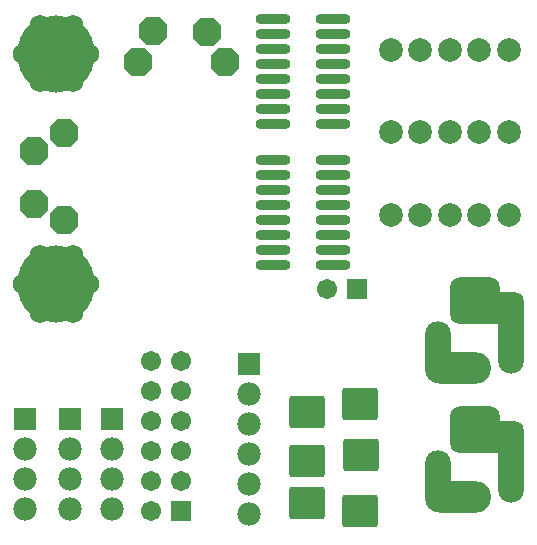
<source format=gbs>
%FSAX24Y24*%
%MOIN*%
G70*
G01*
G75*
G04 Layer_Color=16711935*
%ADD10O,0.0787X0.0157*%
%ADD11R,0.0354X0.0276*%
G04:AMPARAMS|DCode=12|XSize=23.6mil|YSize=27.6mil|CornerRadius=3mil|HoleSize=0mil|Usage=FLASHONLY|Rotation=0.000|XOffset=0mil|YOffset=0mil|HoleType=Round|Shape=RoundedRectangle|*
%AMROUNDEDRECTD12*
21,1,0.0236,0.0217,0,0,0.0*
21,1,0.0177,0.0276,0,0,0.0*
1,1,0.0059,0.0089,-0.0108*
1,1,0.0059,-0.0089,-0.0108*
1,1,0.0059,-0.0089,0.0108*
1,1,0.0059,0.0089,0.0108*
%
%ADD12ROUNDEDRECTD12*%
%ADD13R,0.0276X0.0354*%
%ADD14R,0.0866X0.0787*%
%ADD15R,0.0512X0.0433*%
%ADD16R,0.0433X0.0512*%
%ADD17R,0.1181X0.0591*%
%ADD18R,0.0354X0.0827*%
%ADD19R,0.1260X0.0827*%
%ADD20C,0.0600*%
%ADD21C,0.0100*%
%ADD22C,0.0150*%
%ADD23R,0.0591X0.0591*%
%ADD24C,0.0591*%
%ADD25O,0.0787X0.2559*%
G04:AMPARAMS|DCode=26|XSize=157.5mil|YSize=118.1mil|CornerRadius=29.5mil|HoleSize=0mil|Usage=FLASHONLY|Rotation=0.000|XOffset=0mil|YOffset=0mil|HoleType=Round|Shape=RoundedRectangle|*
%AMROUNDEDRECTD26*
21,1,0.1575,0.0591,0,0,0.0*
21,1,0.0984,0.1181,0,0,0.0*
1,1,0.0591,0.0492,-0.0295*
1,1,0.0591,-0.0492,-0.0295*
1,1,0.0591,-0.0492,0.0295*
1,1,0.0591,0.0492,0.0295*
%
%ADD26ROUNDEDRECTD26*%
%ADD27O,0.0787X0.1969*%
%ADD28O,0.2126X0.0984*%
G04:AMPARAMS|DCode=29|XSize=236.2mil|YSize=98.4mil|CornerRadius=24.6mil|HoleSize=0mil|Usage=FLASHONLY|Rotation=0.000|XOffset=0mil|YOffset=0mil|HoleType=Round|Shape=RoundedRectangle|*
%AMROUNDEDRECTD29*
21,1,0.2362,0.0492,0,0,0.0*
21,1,0.1870,0.0984,0,0,0.0*
1,1,0.0492,0.0935,-0.0246*
1,1,0.0492,-0.0935,-0.0246*
1,1,0.0492,-0.0935,0.0246*
1,1,0.0492,0.0935,0.0246*
%
%ADD29ROUNDEDRECTD29*%
G04:AMPARAMS|DCode=30|XSize=82.7mil|YSize=82.7mil|CornerRadius=0mil|HoleSize=0mil|Usage=FLASHONLY|Rotation=270.000|XOffset=0mil|YOffset=0mil|HoleType=Round|Shape=Octagon|*
%AMOCTAGOND30*
4,1,8,-0.0207,-0.0413,0.0207,-0.0413,0.0413,-0.0207,0.0413,0.0207,0.0207,0.0413,-0.0207,0.0413,-0.0413,0.0207,-0.0413,-0.0207,-0.0207,-0.0413,0.0*
%
%ADD30OCTAGOND30*%

G04:AMPARAMS|DCode=31|XSize=82.7mil|YSize=82.7mil|CornerRadius=0mil|HoleSize=0mil|Usage=FLASHONLY|Rotation=180.000|XOffset=0mil|YOffset=0mil|HoleType=Round|Shape=Octagon|*
%AMOCTAGOND31*
4,1,8,-0.0413,0.0207,-0.0413,-0.0207,-0.0207,-0.0413,0.0207,-0.0413,0.0413,-0.0207,0.0413,0.0207,0.0207,0.0413,-0.0207,0.0413,-0.0413,0.0207,0.0*
%
%ADD31OCTAGOND31*%

%ADD32C,0.0709*%
%ADD33C,0.0600*%
%ADD34C,0.2500*%
%ADD35C,0.0700*%
%ADD36R,0.0700X0.0700*%
%ADD37R,0.0591X0.0591*%
%ADD38C,0.0500*%
%ADD39C,0.0400*%
%ADD40O,0.1083X0.0276*%
G04:AMPARAMS|DCode=41|XSize=50mil|YSize=100mil|CornerRadius=6.3mil|HoleSize=0mil|Usage=FLASHONLY|Rotation=180.000|XOffset=0mil|YOffset=0mil|HoleType=Round|Shape=RoundedRectangle|*
%AMROUNDEDRECTD41*
21,1,0.0500,0.0875,0,0,180.0*
21,1,0.0375,0.1000,0,0,180.0*
1,1,0.0125,-0.0188,0.0438*
1,1,0.0125,0.0188,0.0438*
1,1,0.0125,0.0188,-0.0438*
1,1,0.0125,-0.0188,-0.0438*
%
%ADD41ROUNDEDRECTD41*%
%ADD42C,0.0300*%
%ADD43C,0.0098*%
%ADD44C,0.0236*%
%ADD45C,0.0050*%
%ADD46C,0.0079*%
%ADD47C,0.0080*%
%ADD48C,0.0060*%
%ADD49C,0.0120*%
%ADD50R,0.1043X0.0482*%
%ADD51R,0.0580X0.2000*%
%ADD52R,0.0680X0.2100*%
%ADD53R,0.0900X0.0250*%
%ADD54R,0.1000X0.0996*%
%ADD55O,0.0867X0.0237*%
%ADD56R,0.0434X0.0356*%
G04:AMPARAMS|DCode=57|XSize=31.6mil|YSize=35.6mil|CornerRadius=7mil|HoleSize=0mil|Usage=FLASHONLY|Rotation=0.000|XOffset=0mil|YOffset=0mil|HoleType=Round|Shape=RoundedRectangle|*
%AMROUNDEDRECTD57*
21,1,0.0316,0.0217,0,0,0.0*
21,1,0.0177,0.0356,0,0,0.0*
1,1,0.0139,0.0089,-0.0108*
1,1,0.0139,-0.0089,-0.0108*
1,1,0.0139,-0.0089,0.0108*
1,1,0.0139,0.0089,0.0108*
%
%ADD57ROUNDEDRECTD57*%
%ADD58R,0.0356X0.0434*%
%ADD59R,0.0946X0.0867*%
%ADD60R,0.0592X0.0513*%
%ADD61R,0.0513X0.0592*%
%ADD62R,0.1261X0.0671*%
%ADD63R,0.0434X0.0907*%
%ADD64R,0.1340X0.0907*%
%ADD65R,0.0671X0.0671*%
%ADD66C,0.0671*%
%ADD67O,0.0867X0.2639*%
G04:AMPARAMS|DCode=68|XSize=165.5mil|YSize=126.1mil|CornerRadius=33.5mil|HoleSize=0mil|Usage=FLASHONLY|Rotation=0.000|XOffset=0mil|YOffset=0mil|HoleType=Round|Shape=RoundedRectangle|*
%AMROUNDEDRECTD68*
21,1,0.1655,0.0591,0,0,0.0*
21,1,0.0984,0.1261,0,0,0.0*
1,1,0.0671,0.0492,-0.0295*
1,1,0.0671,-0.0492,-0.0295*
1,1,0.0671,-0.0492,0.0295*
1,1,0.0671,0.0492,0.0295*
%
%ADD68ROUNDEDRECTD68*%
%ADD69O,0.0867X0.2049*%
%ADD70O,0.2206X0.1064*%
G04:AMPARAMS|DCode=71|XSize=244.2mil|YSize=106.4mil|CornerRadius=28.6mil|HoleSize=0mil|Usage=FLASHONLY|Rotation=0.000|XOffset=0mil|YOffset=0mil|HoleType=Round|Shape=RoundedRectangle|*
%AMROUNDEDRECTD71*
21,1,0.2442,0.0492,0,0,0.0*
21,1,0.1870,0.1064,0,0,0.0*
1,1,0.0572,0.0935,-0.0246*
1,1,0.0572,-0.0935,-0.0246*
1,1,0.0572,-0.0935,0.0246*
1,1,0.0572,0.0935,0.0246*
%
%ADD71ROUNDEDRECTD71*%
G04:AMPARAMS|DCode=72|XSize=90.7mil|YSize=90.7mil|CornerRadius=0mil|HoleSize=0mil|Usage=FLASHONLY|Rotation=270.000|XOffset=0mil|YOffset=0mil|HoleType=Round|Shape=Octagon|*
%AMOCTAGOND72*
4,1,8,-0.0227,-0.0453,0.0227,-0.0453,0.0453,-0.0227,0.0453,0.0227,0.0227,0.0453,-0.0227,0.0453,-0.0453,0.0227,-0.0453,-0.0227,-0.0227,-0.0453,0.0*
%
%ADD72OCTAGOND72*%

G04:AMPARAMS|DCode=73|XSize=90.7mil|YSize=90.7mil|CornerRadius=0mil|HoleSize=0mil|Usage=FLASHONLY|Rotation=180.000|XOffset=0mil|YOffset=0mil|HoleType=Round|Shape=Octagon|*
%AMOCTAGOND73*
4,1,8,-0.0453,0.0227,-0.0453,-0.0227,-0.0227,-0.0453,0.0227,-0.0453,0.0453,-0.0227,0.0453,0.0227,0.0227,0.0453,-0.0227,0.0453,-0.0453,0.0227,0.0*
%
%ADD73OCTAGOND73*%

%ADD74C,0.0789*%
%ADD75C,0.0680*%
%ADD76C,0.2580*%
%ADD77C,0.0780*%
%ADD78R,0.0780X0.0780*%
%ADD79R,0.0671X0.0671*%
G04:AMPARAMS|DCode=80|XSize=118mil|YSize=108mil|CornerRadius=13.5mil|HoleSize=0mil|Usage=FLASHONLY|Rotation=180.000|XOffset=0mil|YOffset=0mil|HoleType=Round|Shape=RoundedRectangle|*
%AMROUNDEDRECTD80*
21,1,0.1180,0.0810,0,0,180.0*
21,1,0.0910,0.1080,0,0,180.0*
1,1,0.0270,-0.0455,0.0405*
1,1,0.0270,0.0455,0.0405*
1,1,0.0270,0.0455,-0.0405*
1,1,0.0270,-0.0455,-0.0405*
%
%ADD80ROUNDEDRECTD80*%
%ADD81O,0.1163X0.0356*%
G04:AMPARAMS|DCode=82|XSize=58mil|YSize=108mil|CornerRadius=10.3mil|HoleSize=0mil|Usage=FLASHONLY|Rotation=180.000|XOffset=0mil|YOffset=0mil|HoleType=Round|Shape=RoundedRectangle|*
%AMROUNDEDRECTD82*
21,1,0.0580,0.0875,0,0,180.0*
21,1,0.0375,0.1080,0,0,180.0*
1,1,0.0205,-0.0188,0.0438*
1,1,0.0205,0.0188,0.0438*
1,1,0.0205,0.0188,-0.0438*
1,1,0.0205,-0.0188,-0.0438*
%
%ADD82ROUNDEDRECTD82*%
D65*
X011800Y008050D02*
D03*
D66*
X010800D02*
D03*
X004950Y000650D02*
D03*
X005950Y001650D02*
D03*
X004950D02*
D03*
X005950Y002650D02*
D03*
X004950D02*
D03*
X005950Y003650D02*
D03*
X004950D02*
D03*
X005950Y004650D02*
D03*
X004950D02*
D03*
X005950Y005650D02*
D03*
X004950D02*
D03*
D67*
X016931Y002234D02*
D03*
Y006534D02*
D03*
D68*
X015750Y003494D02*
D03*
Y007794D02*
D03*
D69*
X014490Y001643D02*
D03*
Y005943D02*
D03*
D70*
X015159Y001100D02*
D03*
Y005400D02*
D03*
D71*
X016144Y003100D02*
D03*
Y007400D02*
D03*
D72*
X002050Y010344D02*
D03*
Y013244D02*
D03*
X001050Y012644D02*
D03*
X001026Y010859D02*
D03*
D73*
X004506Y015600D02*
D03*
X007406D02*
D03*
X006806Y016600D02*
D03*
X005020Y016624D02*
D03*
D74*
X012931Y010511D02*
D03*
X013916D02*
D03*
X014900D02*
D03*
X015884D02*
D03*
X016869D02*
D03*
X012931Y013261D02*
D03*
X013916D02*
D03*
X014900D02*
D03*
X015884D02*
D03*
X016869D02*
D03*
X012931Y016011D02*
D03*
X013916D02*
D03*
X014900D02*
D03*
X015884D02*
D03*
X016869D02*
D03*
D75*
X001222Y016831D02*
D03*
X002322D02*
D03*
X002872Y015878D02*
D03*
X002322Y014926D02*
D03*
X001222D02*
D03*
X000672Y015878D02*
D03*
X001222Y009154D02*
D03*
X002322D02*
D03*
X002872Y008201D02*
D03*
X002322Y007249D02*
D03*
X001222D02*
D03*
X000672Y008201D02*
D03*
D76*
X001772Y015878D02*
D03*
Y008201D02*
D03*
D77*
X003650Y000700D02*
D03*
X003650Y002700D02*
D03*
X003650Y001700D02*
D03*
X000750Y000700D02*
D03*
X000750Y002700D02*
D03*
X000750Y001700D02*
D03*
X002250Y000700D02*
D03*
X002250Y002700D02*
D03*
X002250Y001700D02*
D03*
X008200Y000550D02*
D03*
X008200Y001550D02*
D03*
X008200Y002550D02*
D03*
X008200Y004550D02*
D03*
X008200Y003550D02*
D03*
D78*
X003650Y003700D02*
D03*
X000750D02*
D03*
X002250D02*
D03*
X008200Y005550D02*
D03*
D79*
X005950Y000650D02*
D03*
D80*
X010150Y000900D02*
D03*
X011900Y000650D02*
D03*
X010150Y003950D02*
D03*
Y002300D02*
D03*
X011900Y004200D02*
D03*
X011950Y002500D02*
D03*
D81*
X008996Y008850D02*
D03*
Y009350D02*
D03*
Y009850D02*
D03*
Y010350D02*
D03*
Y010850D02*
D03*
Y011350D02*
D03*
Y011850D02*
D03*
Y012350D02*
D03*
X011004Y008850D02*
D03*
Y009350D02*
D03*
Y009850D02*
D03*
Y010350D02*
D03*
Y010850D02*
D03*
Y011350D02*
D03*
Y011850D02*
D03*
Y012350D02*
D03*
X008996Y013550D02*
D03*
Y014050D02*
D03*
Y014550D02*
D03*
Y015050D02*
D03*
Y015550D02*
D03*
Y016050D02*
D03*
Y016550D02*
D03*
Y017050D02*
D03*
X011004Y013550D02*
D03*
Y014050D02*
D03*
Y014550D02*
D03*
Y015050D02*
D03*
Y015550D02*
D03*
Y016050D02*
D03*
Y016550D02*
D03*
Y017050D02*
D03*
D82*
X010450Y000900D02*
D03*
X009850D02*
D03*
X012200Y000650D02*
D03*
X011600D02*
D03*
X009850Y003950D02*
D03*
X010450D02*
D03*
X009850Y002300D02*
D03*
X010450D02*
D03*
X011600Y004200D02*
D03*
X012200D02*
D03*
X011650Y002500D02*
D03*
X012250D02*
D03*
M02*

</source>
